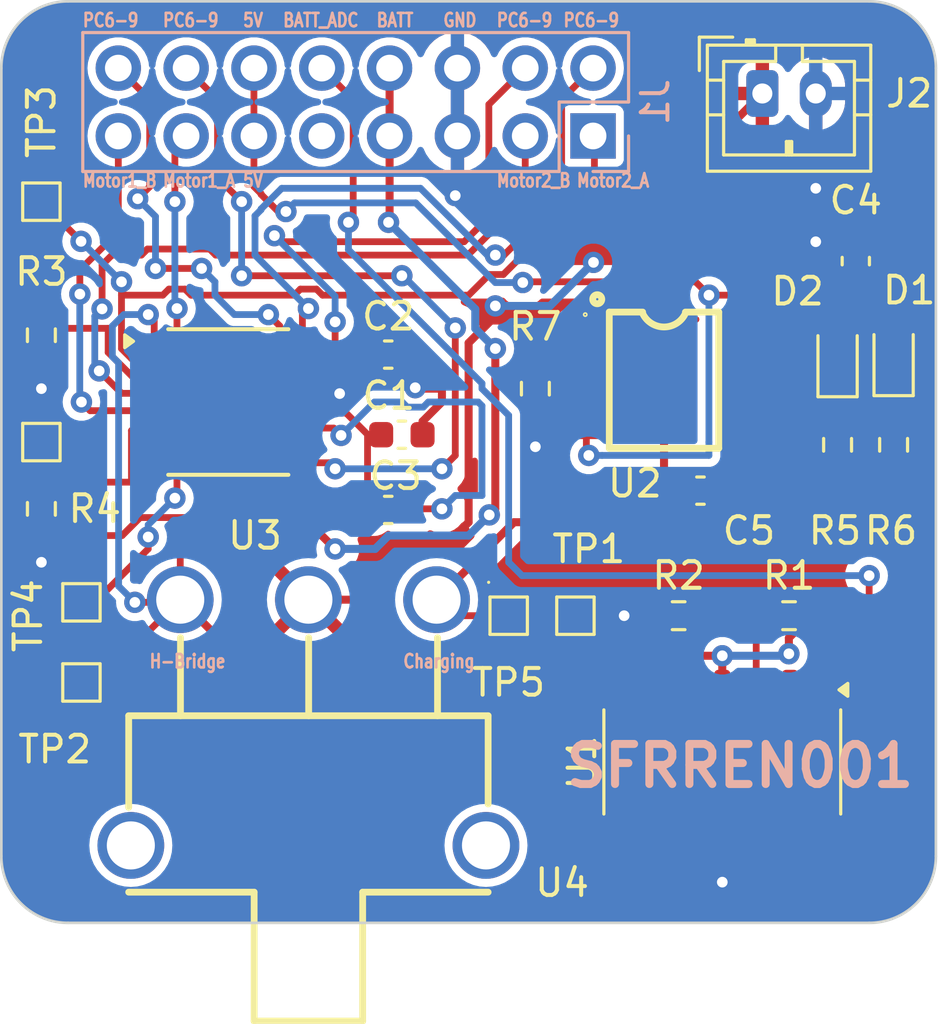
<source format=kicad_pcb>
(kicad_pcb (version 20240108) (generator "pcbnew") (generator_version "8.0")
  (layers (0 "F.Cu" signal) (31 "B.Cu" power) (34 "B.Paste" user) (35 "F.Paste" user) (36 "B.SilkS" user "B.Silkscreen") (37 "F.SilkS" user "F.Silkscreen") (38 "B.Mask" user) (39 "F.Mask" user) (44 "Edge.Cuts" user))
  (net 0 "")
  (net 1 "GND")
  (net 2 "Vbatt")
  (net 3 "Net-(U3-VINT)")
  (net 4 "Net-(U3-VCP)")
  (net 5 "USB")
  (net 6 "Charging")
  (net 7 "PWM3")
  (net 8 "MOTOR2_B")
  (net 9 "/RESV")
  (net 10 "PWM1")
  (net 11 "MOTOR1_B")
  (net 12 "PWM2")
  (net 13 "PWM4")
  (net 14 "MOTOR1_A")
  (net 15 "Net-(U1A-+)")
  (net 16 "Net-(U3-AISEN)")
  (net 24 "MOTOR2_A")
  (net 28 "Net-(D1-K)")
  (net 29 "Net-(D2-K)")
  (net 30 "Net-(U2-CHRG#)")
  (net 31 "Net-(U2-STDBY#)")
  (net 32 "Net-(U2-PROG)")
  (net 33 "Circuit2")
  (net 36 "BATT_ADC")
  (net 37 "Net-(U3-BISEN)")
  (footprint "Resistor_SMD:R_0603_1608Metric" (layer "F.Cu") (at 161.5 66.5 90)
    (property "Reference" "R4" (at 0 2 0) (layer "F.SilkS"))
    (property "Value" "1" (hide yes))
    (pad "1" smd roundrect (at -0.825 0 90) (size 0.8 0.95) (layers "F.Cu" "F.Paste" "F.Mask") (net 1 "GND"))
    (pad "2" smd roundrect (at 0.825 0 90) (size 0.8 0.95) (layers "F.Cu" "F.Paste" "F.Mask") (net 37 "Net-(U3-BISEN)"))
  )
  (footprint "TestPoint:TestPoint_Pad_1.0x1.0mm" (layer "F.Cu") (at 163 73)
    (property "Reference" "TP2" (at -1 2.502 0) (layer "F.SilkS"))
    (property "Value" "Vh" (hide yes))
    (pad "1" smd rect (at 0 0) (size 1 1) (layers "F.Cu" "F.Mask") (net 33 "Circuit2"))
  )
  (footprint "TP4056:ESOP-8_L4.9-W3.9-P1.27-LS6.0-BL-EP" (layer "F.Cu") (at 184.8175 61.682499 -90)
    (property "Reference" "U2" (at 3.864999 1.091694 180) (layer "F.SilkS"))
    (property "Value" "TP4056" (hide yes))
    (pad "1" smd rect (at -1.905004 2.908306 270) (size 0.6 1.2) (layers "F.Cu" "F.Paste" "F.Mask") (net 1 "GND"))
    (pad "2" smd rect (at -0.635001 2.908306 270) (size 0.6 1.2) (layers "F.Cu" "F.Paste" "F.Mask") (net 32 "Net-(U2-PROG)"))
    (pad "3" smd rect (at 0.635001 2.908306 270) (size 0.6 1.2) (layers "F.Cu" "F.Paste" "F.Mask") (net 1 "GND"))
    (pad "4" smd rect (at 1.905004 2.908306 270) (size 0.6 1.2) (layers "F.Cu" "F.Paste" "F.Mask") (net 5 "USB"))
    (pad "5" smd rect (at 1.905004 -2.908306 270) (size 0.6 1.2) (layers "F.Cu" "F.Paste" "F.Mask") (net 6 "Charging"))
    (pad "6" smd rect (at 0.635001 -2.908306 270) (size 0.6 1.2) (layers "F.Cu" "F.Paste" "F.Mask") (net 31 "Net-(U2-STDBY#)"))
    (pad "7" smd rect (at -0.635001 -2.908306 270) (size 0.6 1.2) (layers "F.Cu" "F.Paste" "F.Mask") (net 30 "Net-(U2-CHRG#)"))
    (pad "8" smd rect (at -1.905004 -2.908306 270) (size 0.6 1.2) (layers "F.Cu" "F.Paste" "F.Mask") (net 5 "USB"))
    (pad "9" smd rect (at 0 0 90) (size 3.3 2.4) (layers "F.Cu" "F.Paste" "F.Mask") (net 1 "GND"))
  )
  (footprint "JLC2KiCad_lib:SW-TH_SS-12D11L5" (layer "F.Cu") (at 171.5 74.5 180)
    (property "Reference" "U4" (at -9.5 -6 180) (layer "F.SilkS"))
    (property "Value" "SS-12D11L5" (hide yes))
    (pad "1" thru_hole circle (at -4.800102 4.599949 180) (size 2.5 2.5) (drill 1.8) (layers "*.Cu" "*.Mask") (net 6 "Charging"))
    (pad "2" thru_hole circle (at 0 4.599949 180) (size 2.5 2.5) (drill 1.8) (layers "*.Cu" "*.Mask") (net 2 "Vbatt"))
    (pad "3" thru_hole circle (at 4.800102 4.599949 180) (size 2.5 2.5) (drill 1.8) (layers "*.Cu" "*.Mask") (net 33 "Circuit2"))
    (pad "4" thru_hole circle (at -6.649987 -4.599949 180) (size 2.5 2.5) (drill 1.8) (layers "*.Cu" "*.Mask"))
    (pad "5" thru_hole circle (at 6.649987 -4.599949 180) (size 2.5 2.5) (drill 1.8) (layers "*.Cu" "*.Mask"))
  )
  (footprint "Resistor_SMD:R_0603_1608Metric" (layer "F.Cu") (at 191.3175 64.102495 -90)
    (property "Reference" "R5" (at 3.215005 0.098307 180) (layer "F.SilkS"))
    (property "Value" "1k" (hide yes))
    (pad "1" smd roundrect (at -0.825 0 270) (size 0.8 0.95) (layers "F.Cu" "F.Paste" "F.Mask") (net 29 "Net-(D2-K)"))
    (pad "2" smd roundrect (at 0.825 0 270) (size 0.8 0.95) (layers "F.Cu" "F.Paste" "F.Mask") (net 30 "Net-(U2-CHRG#)"))
  )
  (footprint "LED_SMD:LED_0603_1608Metric" (layer "F.Cu") (at 191.3175 60.8175 90)
    (property "Reference" "D2" (at 2.459995 -1.5 0) (layer "F.SilkS"))
    (property "Value" "LED" (hide yes))
    (pad "1" smd roundrect (at -0.7875 0 90) (size 0.875 0.95) (layers "F.Cu" "F.Paste" "F.Mask") (net 29 "Net-(D2-K)"))
    (pad "2" smd roundrect (at 0.7875 0 90) (size 0.875 0.95) (layers "F.Cu" "F.Paste" "F.Mask") (net 5 "USB"))
  )
  (footprint "TestPoint:TestPoint_Pad_1.0x1.0mm" (layer "F.Cu") (at 161.5 55 90)
    (property "Reference" "TP3" (at 3 0.002 -90) (layer "F.SilkS"))
    (property "Value" "Vm1" (hide yes))
    (pad "1" smd rect (at 0 0 90) (size 1 1) (layers "F.Cu" "F.Mask") (net 24 "MOTOR2_A"))
  )
  (footprint "Resistor_SMD:R_0603_1608Metric" (layer "F.Cu") (at 189.5 70.5 180)
    (property "Reference" "R1" (at 0 1.5 180) (layer "F.SilkS"))
    (property "Value" "270" (hide yes))
    (pad "1" smd roundrect (at -0.825 0 180) (size 0.8 0.95) (layers "F.Cu" "F.Paste" "F.Mask") (net 33 "Circuit2"))
    (pad "2" smd roundrect (at 0.825 0 180) (size 0.8 0.95) (layers "F.Cu" "F.Paste" "F.Mask") (net 15 "Net-(U1A-+)"))
  )
  (footprint "TestPoint:TestPoint_Pad_1.0x1.0mm" (layer "F.Cu") (at 181.5 70.5)
    (property "Reference" "TP1" (at 0.5 -2.498 0) (layer "F.SilkS"))
    (property "Value" "Vadc" (hide yes))
    (pad "1" smd rect (at 0 0) (size 1 1) (layers "F.Cu" "F.Mask") (net 15 "Net-(U1A-+)"))
  )
  (footprint "Capacitor_SMD:C_0603_1608Metric" (layer "F.Cu") (at 186.182499 65.8175)
    (property "Reference" "C5" (at 1.817501 1.5 0) (layer "F.SilkS"))
    (property "Value" "10uF" (hide yes))
    (pad "1" smd roundrect (at -0.775 0) (size 0.9 0.95) (layers "F.Cu" "F.Paste" "F.Mask") (net 1 "GND"))
    (pad "2" smd roundrect (at 0.775 0) (size 0.9 0.95) (layers "F.Cu" "F.Paste" "F.Mask") (net 6 "Charging"))
  )
  (footprint "Resistor_SMD:R_0603_1608Metric" (layer "F.Cu") (at 180 62 -90)
    (property "Reference" "R7" (at -2.325 0 180) (layer "F.SilkS"))
    (property "Value" "3k" (hide yes))
    (pad "1" smd roundrect (at -0.825 0 270) (size 0.8 0.95) (layers "F.Cu" "F.Paste" "F.Mask") (net 32 "Net-(U2-PROG)"))
    (pad "2" smd roundrect (at 0.825 0 270) (size 0.8 0.95) (layers "F.Cu" "F.Paste" "F.Mask") (net 1 "GND"))
  )
  (footprint "TestPoint:TestPoint_Pad_1.0x1.0mm" (layer "F.Cu") (at 179 70.5)
    (property "Reference" "TP5" (at 0 2.502 0) (layer "F.SilkS"))
    (property "Value" "Vcharge" (hide yes))
    (pad "1" smd rect (at 0 0) (size 1 1) (layers "F.Cu" "F.Mask") (net 6 "Charging"))
  )
  (footprint "Package_SO:SOIC-14_3.9x8.7mm_P1.27mm" (layer "F.Cu") (at 187 75.975 -90)
    (property "Reference" "U1" (at 0.025 5.25 90) (layer "F.SilkS"))
    (property "Value" "LM324" (hide yes))
    (pad "1" smd roundrect (at -2.475 -3.81 270) (size 1.95 0.6) (layers "F.Cu" "F.Paste" "F.Mask") (net 36 "BATT_ADC"))
    (pad "2" smd roundrect (at -2.475 -2.54 270) (size 1.95 0.6) (layers "F.Cu" "F.Paste" "F.Mask") (net 36 "BATT_ADC"))
    (pad "3" smd roundrect (at -2.475 -1.27 270) (size 1.95 0.6) (layers "F.Cu" "F.Paste" "F.Mask") (net 15 "Net-(U1A-+)"))
    (pad "4" smd roundrect (at -2.475 0 270) (size 1.95 0.6) (layers "F.Cu" "F.Paste" "F.Mask") (net 33 "Circuit2"))
    (pad "5" smd roundrect (at -2.475 1.27 270) (size 1.95 0.6) (layers "F.Cu" "F.Paste" "F.Mask"))
    (pad "6" smd roundrect (at -2.475 2.54 270) (size 1.95 0.6) (layers "F.Cu" "F.Paste" "F.Mask"))
    (pad "7" smd roundrect (at -2.475 3.81 270) (size 1.95 0.6) (layers "F.Cu" "F.Paste" "F.Mask"))
    (pad "8" smd roundrect (at 2.475 3.81 270) (size 1.95 0.6) (layers "F.Cu" "F.Paste" "F.Mask"))
    (pad "9" smd roundrect (at 2.475 2.54 270) (size 1.95 0.6) (layers "F.Cu" "F.Paste" "F.Mask"))
    (pad "10" smd roundrect (at 2.475 1.27 270) (size 1.95 0.6) (layers "F.Cu" "F.Paste" "F.Mask"))
    (pad "11" smd roundrect (at 2.475 0 270) (size 1.95 0.6) (layers "F.Cu" "F.Paste" "F.Mask") (net 1 "GND"))
    (pad "12" smd roundrect (at 2.475 -1.27 270) (size 1.95 0.6) (layers "F.Cu" "F.Paste" "F.Mask"))
    (pad "13" smd roundrect (at 2.475 -2.54 270) (size 1.95 0.6) (layers "F.Cu" "F.Paste" "F.Mask"))
    (pad "14" smd roundrect (at 2.475 -3.81 270) (size 1.95 0.6) (layers "F.Cu" "F.Paste" "F.Mask"))
  )
  (footprint "Capacitor_SMD:C_0603_1608Metric" (layer "F.Cu") (at 174.49 66.54 180)
    (property "Reference" "C3" (at -0.275 1.275 180) (layer "F.SilkS"))
    (property "Value" "10nF" (hide yes))
    (pad "1" smd roundrect (at -0.775 0 180) (size 0.9 0.95) (layers "F.Cu" "F.Paste" "F.Mask") (net 4 "Net-(U3-VCP)"))
    (pad "2" smd roundrect (at 0.775 0 180) (size 0.9 0.95) (layers "F.Cu" "F.Paste" "F.Mask") (net 33 "Circuit2"))
  )
  (footprint "Capacitor_SMD:C_0603_1608Metric" (layer "F.Cu") (at 174.49 60.725)
    (property "Reference" "C2" (at 0 -1.43 0) (layer "F.SilkS"))
    (property "Value" "2.2uF" (hide yes))
    (pad "1" smd roundrect (at -0.775 0) (size 0.9 0.95) (layers "F.Cu" "F.Paste" "F.Mask") (net 3 "Net-(U3-VINT)"))
    (pad "2" smd roundrect (at 0.775 0) (size 0.9 0.95) (layers "F.Cu" "F.Paste" "F.Mask") (net 1 "GND"))
  )
  (footprint "Capacitor_SMD:C_0603_1608Metric" (layer "F.Cu") (at 175 63.725 180)
    (property "Reference" "C1" (at 0.49 1.46 180) (layer "F.SilkS"))
    (property "Value" "10uF" (hide yes))
    (pad "1" smd roundrect (at -0.775 0 180) (size 0.9 0.95) (layers "F.Cu" "F.Paste" "F.Mask") (net 1 "GND"))
    (pad "2" smd roundrect (at 0.775 0 180) (size 0.9 0.95) (layers "F.Cu" "F.Paste" "F.Mask") (net 33 "Circuit2"))
  )
  (footprint "Connector_JST:JST_PH_B2B-PH-K_1x02_P2.00mm_Vertical" (layer "F.Cu") (at 188.5 50.95)
    (property "Reference" "J2" (at 5.5 0 0) (layer "F.SilkS"))
    (property "Value" "Conn_01x02_Pin" (hide yes))
    (pad "1" thru_hole roundrect (at 0 0) (size 1.2 1.75) (drill 0.75) (layers "*.Cu" "*.Mask") (roundrect_rratio 0.208333) (net 2 "Vbatt"))
    (pad "2" thru_hole oval (at 2 0) (size 1.2 1.75) (drill 0.75) (layers "*.Cu" "*.Mask") (net 1 "GND"))
  )
  (footprint "Resistor_SMD:R_0603_1608Metric" (layer "F.Cu") (at 161.5 60 90)
    (property "Reference" "R3" (at 2.3775 0 0) (layer "F.SilkS"))
    (property "Value" "1" (hide yes))
    (pad "1" smd roundrect (at -0.825 0 90) (size 0.8 0.95) (layers "F.Cu" "F.Paste" "F.Mask") (net 1 "GND"))
    (pad "2" smd roundrect (at 0.825 0 90) (size 0.8 0.95) (layers "F.Cu" "F.Paste" "F.Mask") (net 16 "Net-(U3-AISEN)"))
  )
  (footprint "Resistor_SMD:R_0603_1608Metric" (layer "F.Cu") (at 193.415807 64.102495 -90)
    (property "Reference" "R6" (at 3.215005 0.098307 180) (layer "F.SilkS"))
    (property "Value" "1k" (hide yes))
    (pad "1" smd roundrect (at -0.825 0 270) (size 0.8 0.95) (layers "F.Cu" "F.Paste" "F.Mask") (net 28 "Net-(D1-K)"))
    (pad "2" smd roundrect (at 0.825 0 270) (size 0.8 0.95) (layers "F.Cu" "F.Paste" "F.Mask") (net 31 "Net-(U2-STDBY#)"))
  )
  (footprint "Resistor_SMD:R_0603_1608Metric" (layer "F.Cu") (at 185.365 70.5 180)
    (property "Reference" "R2" (at 0 1.5 180) (layer "F.SilkS"))
    (property "Value" "1k" (hide yes))
    (pad "1" smd roundrect (at -0.825 0 180) (size 0.8 0.95) (layers "F.Cu" "F.Paste" "F.Mask") (net 15 "Net-(U1A-+)"))
    (pad "2" smd roundrect (at 0.825 0 180) (size 0.8 0.95) (layers "F.Cu" "F.Paste" "F.Mask") (net 1 "GND"))
  )
  (footprint "Capacitor_SMD:C_0603_1608Metric" (layer "F.Cu") (at 192 57.225 90)
    (property "Reference" "C4" (at 2.275 0 0) (layer "F.SilkS"))
    (property "Value" "10uF" (hide yes))
    (pad "1" smd roundrect (at -0.775 0 90) (size 0.9 0.95) (layers "F.Cu" "F.Paste" "F.Mask") (net 5 "USB"))
    (pad "2" smd roundrect (at 0.775 0 90) (size 0.9 0.95) (layers "F.Cu" "F.Paste" "F.Mask") (net 1 "GND"))
  )
  (footprint "TestPoint:TestPoint_Pad_1.0x1.0mm" (layer "F.Cu") (at 161.5 64)
    (property "Reference" "TP6" (hide yes))
    (property "Value" "TestPoint" (hide yes))
    (pad "1" smd rect (at 0 0) (size 1 1) (layers "F.Cu" "F.Mask") (net 37 "Net-(U3-BISEN)"))
  )
  (footprint "LED_SMD:LED_0603_1608Metric" (layer "F.Cu") (at 193.415807 60.777495 90)
    (property "Reference" "D1" (at 2.459995 0.584193 0) (layer "F.SilkS"))
    (property "Value" "LED" (hide yes))
    (pad "1" smd roundrect (at -0.7875 0 90) (size 0.875 0.95) (layers "F.Cu" "F.Paste" "F.Mask") (net 28 "Net-(D1-K)"))
    (pad "2" smd roundrect (at 0.7875 0 90) (size 0.875 0.95) (layers "F.Cu" "F.Paste" "F.Mask") (net 5 "USB"))
  )
  (footprint "Package_SO:TSSOP-16-1EP_4.4x5mm_P0.65mm" (layer "F.Cu") (at 168.5 62.5)
    (property "Reference" "U3" (at 1 5 0) (layer "F.SilkS"))
    (property "Value" "DRV8833PWPR" (hide yes))
    (pad "1" smd rect (at -2.775 -2.275) (size 1.05 0.45) (layers "F.Cu" "F.Paste" "F.Mask") (net 33 "Circuit2"))
    (pad "2" smd rect (at -2.775 -1.625) (size 1.05 0.45) (layers "F.Cu" "F.Paste" "F.Mask") (net 24 "MOTOR2_A"))
    (pad "3" smd rect (at -2.775 -0.975) (size 1.05 0.45) (layers "F.Cu" "F.Paste" "F.Mask") (net 16 "Net-(U3-AISEN)"))
    (pad "4" smd rect (at -2.775 -0.325) (size 1.05 0.45) (layers "F.Cu" "F.Paste" "F.Mask") (net 8 "MOTOR2_B"))
    (pad "5" smd rect (at -2.775 0.325) (size 1.05 0.45) (layers "F.Cu" "F.Paste" "F.Mask") (net 11 "MOTOR1_B"))
    (pad "6" smd rect (at -2.775 0.975) (size 1.05 0.45) (layers "F.Cu" "F.Paste" "F.Mask") (net 37 "Net-(U3-BISEN)"))
    (pad "7" smd rect (at -2.775 1.625) (size 1.05 0.45) (layers "F.Cu" "F.Paste" "F.Mask") (net 14 "MOTOR1_A"))
    (pad "8" smd rect (at -2.775 2.275) (size 1.05 0.45) (layers "F.Cu" "F.Paste" "F.Mask"))
    (pad "9" smd rect (at 2.775 2.275) (size 1.05 0.45) (layers "F.Cu" "F.Paste" "F.Mask") (net 7 "PWM3"))
    (pad "10" smd rect (at 2.775 1.625) (size 1.05 0.45) (layers "F.Cu" "F.Paste" "F.Mask") (net 13 "PWM4"))
    (pad "11" smd rect (at 2.775 0.975) (size 1.05 0.45) (layers "F.Cu" "F.Paste" "F.Mask") (net 4 "Net-(U3-VCP)"))
    (pad "12" smd rect (at 2.775 0.325) (size 1.05 0.45) (layers "F.Cu" "F.Paste" "F.Mask") (net 33 "Circuit2"))
    (pad "13" smd rect (at 2.775 -0.325) (size 1.05 0.45) (layers "F.Cu" "F.Paste" "F.Mask") (net 1 "GND"))
    (pad "14" smd rect (at 2.775 -0.975) (size 1.05 0.45) (layers "F.Cu" "F.Paste" "F.Mask") (net 3 "Net-(U3-VINT)"))
    (pad "15" smd rect (at 2.775 -1.625) (size 1.05 0.45) (layers "F.Cu" "F.Paste" "F.Mask") (net 12 "PWM2"))
    (pad "16" smd rect (at 2.775 -2.275) (size 1.05 0.45) (layers "F.Cu" "F.Paste" "F.Mask") (net 10 "PWM1"))
    (pad "17" smd rect (at -0.735 -1.3425) (size 1.47 0.895) (layers "F.Cu" "F.Paste" "F.Mask") (net 1 "GND"))
    (pad "17" smd rect (at -0.735 -0.4475) (size 1.47 0.895) (layers "F.Cu" "F.Paste" "F.Mask") (net 1 "GND"))
    (pad "17" smd rect (at -0.735 0.4475) (size 1.47 0.895) (layers "F.Cu" "F.Paste" "F.Mask") (net 1 "GND"))
    (pad "17" smd rect (at -0.735 1.3425) (size 1.47 0.895) (layers "F.Cu" "F.Paste" "F.Mask") (net 1 "GND"))
    (pad "17" smd rect (at 0.735 -1.3425) (size 1.47 0.895) (layers "F.Cu" "F.Paste" "F.Mask") (net 1 "GND"))
    (pad "17" smd rect (at 0.735 -0.4475) (size 1.47 0.895) (layers "F.Cu" "F.Paste" "F.Mask") (net 1 "GND"))
    (pad "17" smd rect (at 0.735 0.4475) (size 1.47 0.895) (layers "F.Cu" "F.Paste" "F.Mask") (net 1 "GND"))
    (pad "17" smd rect (at 0.735 1.3425) (size 1.47 0.895) (layers "F.Cu" "F.Paste" "F.Mask") (net 1 "GND"))
  )
  (footprint "TestPoint:TestPoint_Pad_1.0x1.0mm" (layer "F.Cu") (at 163 70 90)
    (property "Reference" "TP4" (at -0.5 -1.998 -90) (layer "F.SilkS"))
    (property "Value" "Vm2" (hide yes))
    (pad "1" smd rect (at 0 0 90) (size 1 1) (layers "F.Cu" "F.Mask") (net 14 "MOTOR1_A"))
  )
  (footprint "Connector_PinHeader_2.54mm:PinHeader_2x08_P2.54mm_Vertical" (layer "B.Cu") (at 182.16 52.54 90)
    (property "Reference" "J1" (at 1.27 2.33 -90) (layer "B.SilkS") (effects (justify mirror)))
    (property "Value" "Conn_02x08_Odd_Even" (hide yes))
    (pad "1" thru_hole rect (at 0 0 90) (size 1.7 1.7) (drill 1) (layers "*.Cu" "*.Mask") (net 24 "MOTOR2_A"))
    (pad "2" thru_hole oval (at 2.54 0 90) (size 1.7 1.7) (drill 1) (layers "*.Cu" "*.Mask") (net 10 "PWM1"))
    (pad "3" thru_hole oval (at 0 -2.54 90) (size 1.7 1.7) (drill 1) (layers "*.Cu" "*.Mask") (net 8 "MOTOR2_B"))
    (pad "4" thru_hole oval (at 2.54 -2.54 90) (size 1.7 1.7) (drill 1) (layers "*.Cu" "*.Mask") (net 12 "PWM2"))
    (pad "5" thru_hole oval (at 0 -5.08 90) (size 1.7 1.7) (drill 1) (layers "*.Cu" "*.Mask") (net 1 "GND"))
    (pad "6" thru_hole oval (at 2.54 -5.08 90) (size 1.7 1.7) (drill 1) (layers "*.Cu" "*.Mask") (net 1 "GND"))
    (pad "7" thru_hole oval (at 0 -7.62 90) (size 1.7 1.7) (drill 1) (layers "*.Cu" "*.Mask") (net 33 "Circuit2"))
    (pad "8" thru_hole oval (at 2.54 -7.62 90) (size 1.7 1.7) (drill 1) (layers "*.Cu" "*.Mask") (net 33 "Circuit2"))
    (pad "9" thru_hole oval (at 0 -10.16 90) (size 1.7 1.7) (drill 1) (layers "*.Cu" "*.Mask") (net 9 "/RESV"))
    (pad "10" thru_hole oval (at 2.54 -10.16 90) (size 1.7 1.7) (drill 1) (layers "*.Cu" "*.Mask") (net 36 "BATT_ADC"))
    (pad "11" thru_hole oval (at 0 -12.7 90) (size 1.7 1.7) (drill 1) (layers "*.Cu" "*.Mask") (net 5 "USB"))
    (pad "12" thru_hole oval (at 2.54 -12.7 90) (size 1.7 1.7) (drill 1) (layers "*.Cu" "*.Mask") (net 5 "USB"))
    (pad "13" thru_hole oval (at 0 -15.24 90) (size 1.7 1.7) (drill 1) (layers "*.Cu" "*.Mask") (net 14 "MOTOR1_A"))
    (pad "14" thru_hole oval (at 2.54 -15.24 90) (size 1.7 1.7) (drill 1) (layers "*.Cu" "*.Mask") (net 7 "PWM3"))
    (pad "15" thru_hole oval (at 0 -17.78 90) (size 1.7 1.7) (drill 1) (layers "*.Cu" "*.Mask") (net 11 "MOTOR1_B"))
    (pad "16" thru_hole oval (at 2.54 -17.78 90) (size 1.7 1.7) (drill 1) (layers "*.Cu" "*.Mask") (net 13 "PWM4"))
  )
  (gr_arc (start 195 79.5) (mid 194.267767 81.267767) (end 192.5 82) (stroke (width 0.1)) (layer "Edge.Cuts"))
  (gr_line (start 192.5 82) (end 162.5 82) (stroke (width 0.1)) (layer "Edge.Cuts"))
  (gr_arc (start 192.5 47.5) (mid 194.267767 48.232233) (end 195 50) (stroke (width 0.1)) (layer "Edge.Cuts"))
  (gr_line (start 162.5 47.5) (end 192.5 47.5) (stroke (width 0.1)) (layer "Edge.Cuts"))
  (gr_line (start 195 50) (end 195 79.5) (stroke (width 0.1)) (layer "Edge.Cuts"))
  (gr_line (start 160 79.5) (end 160 50) (stroke (width 0.1)) (layer "Edge.Cuts"))
  (gr_arc (start 162.5 82) (mid 160.732233 81.267767) (end 160 79.5) (stroke (width 0.1)) (layer "Edge.Cuts"))
  (gr_arc (start 160 50) (mid 160.732233 48.232233) (end 162.5 47.5) (stroke (width 0.1)) (layer "Edge.Cuts"))
  (gr_text "SFRREN001" (at 181 77 0) (layer "B.SilkS") (effects (font (size 1.5 1.5) (thickness 0.3) (bold yes)) (justify left bottom)))
  (gr_text "Motor1_B" (at 163 54.5 0) (layer "B.SilkS") (effects (font (size 0.5 0.4) (thickness 0.1) (bold yes)) (justify left bottom)))
  (gr_text "H-Bridge" (at 165.5 72.5 0) (layer "B.SilkS") (effects (font (size 0.5 0.4) (thickness 0.1) (bold yes)) (justify left bottom)))
  (gr_text "Motor1_A" (at 166 54.5 0) (layer "B.SilkS") (effects (font (size 0.5 0.4) (thickness 0.1) (bold yes)) (justify left bottom)))
  (gr_text "GND" (at 176.5 48.5 0) (layer "B.SilkS") (effects (font (size 0.5 0.4) (thickness 0.1) (bold yes)) (justify left bottom)))
  (gr_text "Motor2_B" (at 178.5 54.5 0) (layer "B.SilkS") (effects (font (size 0.5 0.4) (thickness 0.1) (bold yes)) (justify left bottom)))
  (gr_text "BATT" (at 174 48.5 0) (layer "B.SilkS") (effects (font (size 0.5 0.4) (thickness 0.1) (bold yes)) (justify left bottom)))
  (gr_text "PC6-9" (at 166 48.5 0) (layer "B.SilkS") (effects (font (size 0.5 0.4) (thickness 0.1) (bold yes)) (justify left bottom)))
  (gr_text "Charging" (at 175 72.5 0) (layer "B.SilkS") (effects (font (size 0.5 0.4) (thickness 0.1) (bold yes)) (justify left bottom)))
  (gr_text "PC6-9" (at 181 48.5 0) (layer "B.SilkS") (effects (font (size 0.5 0.4) (thickness 0.1) (bold yes)) (justify left bottom)))
  (gr_text "PC6-9" (at 163 48.5 0) (layer "B.SilkS") (effects (font (size 0.5 0.4) (thickness 0.1) (bold yes)) (justify left bottom)))
  (gr_text "BATT_ADC" (at 170.5 48.5 0) (layer "B.SilkS") (effects (font (size 0.5 0.4) (thickness 0.1) (bold yes)) (justify left bottom)))
  (gr_text "Motor2_A" (at 181.5 54.5 0) (layer "B.SilkS") (effects (font (size 0.5 0.4) (thickness 0.1) (bold yes)) (justify left bottom)))
  (gr_text "5V" (at 169 48.5 0) (layer "B.SilkS") (effects (font (size 0.5 0.4) (thickness 0.1) (bold yes)) (justify left bottom)))
  (gr_text "PC6-9" (at 178.5 48.5 0) (layer "B.SilkS") (effects (font (size 0.5 0.4) (thickness 0.1) (bold yes)) (justify left bottom)))
  (gr_text "5V" (at 169 54.5 0) (layer "B.SilkS") (effects (font (size 0.5 0.4) (thickness 0.1) (bold yes)) (justify left bottom)))
  (segment (start 187 78.45) (end 187 80.475) (width 0.3) (layer "F.Cu") (net 1))
  (segment (start 176.5 62) (end 176.5 62.5) (width 0.3) (layer "F.Cu") (net 1))
  (segment (start 177.08 54.693) (end 177 54.773) (width 0.5) (layer "F.Cu") (net 1))
  (segment (start 180.5075 62.3175) (end 180 62.825) (width 0.3) (layer "F.Cu") (net 1))
  (segment (start 184.54 70.5) (end 183.325 70.5) (width 0.3) (layer "F.Cu") (net 1))
  (segment (start 161.5 68) (end 161.5 68.5) (width 0.254) (layer "F.Cu") (net 1))
  (segment (start 161.5 60.825) (end 161.5 62) (width 0.5) (layer "F.Cu") (net 1))
  (segment (start 167.175 66.825) (end 169.235 64.765) (width 0.254) (layer "F.Cu") (net 1))
  (segment (start 184.182499 62.3175) (end 184.8175 61.682499) (width 0.3) (layer "F.Cu") (net 1))
  (segment (start 175.265 60.725) (end 175.725 60.725) (width 0.3) (layer "F.Cu") (net 1))
  (segment (start 177.08 50) (end 177.08 52.54) (width 0.5) (layer "F.Cu") (net 1))
  (segment (start 171.275 62.175) (end 172.659774 62.175) (width 0.3) (layer "F.Cu") (net 1))
  (segment (start 162 67.325) (end 162.175 67.5) (width 0.254) (layer "F.Cu") (net 1))
  (segment (start 177.08 52.54) (end 177.08 54.693) (width 0.5) (layer "F.Cu") (net 1))
  (segment (start 172.659774 62.175) (end 172.669671 62.184897) (width 0.3) (layer "F.Cu") (net 1))
  (segment (start 164.523866 67.5) (end 165.198866 66.825) (width 0.254) (layer "F.Cu") (net 1))
  (segment (start 161.5 67.325) (end 162 67.325) (width 0.254) (layer "F.Cu") (net 1))
  (segment (start 190.5 50.95) (end 190.5 54.5) (width 0.5) (layer "F.Cu") (net 1))
  (segment (start 182.912496 59.777495) (end 184.8175 61.682499) (width 0.3) (layer "F.Cu") (net 1))
  (segment (start 184.8175 61.682499) (end 184.8175 65.227501) (width 0.3) (layer "F.Cu") (net 1))
  (segment (start 181.909194 59.777495) (end 182.912496 59.777495) (width 0.3) (layer "F.Cu") (net 1))
  (segment (start 161.5 67.325) (end 161.5 68) (width 0.254) (layer "F.Cu") (net 1))
  (segment (start 176.5 62.5) (end 175.775 63.225) (width 0.3) (layer "F.Cu") (net 1))
  (segment (start 175.725 60.725) (end 176.5 61.5) (width 0.3) (layer "F.Cu") (net 1))
  (segment (start 162.175 67.5) (end 164.523866 67.5) (width 0.254) (layer "F.Cu") (net 1))
  (segment (start 176.5 61.5) (end 176.5 62) (width 0.3) (layer "F.Cu") (net 1))
  (segment (start 175.775 63.225) (end 175.775 63.725) (width 0.3) (layer "F.Cu") (net 1))
  (segment (start 181.909194 62.3175) (end 184.182499 62.3175) (width 0.3) (layer "F.Cu") (net 1))
  (segment (start 165.198866 66.825) (end 167.175 66.825) (width 0.254) (layer "F.Cu") (net 1))
  (segment (start 180 62.825) (end 180 64.175) (width 0.3) (layer "F.Cu") (net 1))
  (segment (start 169.235 64.765) (end 169.235 63.8425) (width 0.254) (layer "F.Cu") (net 1))
  (segment (start 184.8175 65.227501) (end 185.407499 65.8175) (width 0.3) (layer "F.Cu") (net 1))
  (segment (start 175.535649 62) (end 175.5 61.964351) (width 0.3) (layer "F.Cu") (net 1))
  (segment (start 192 56.45) (end 192 56.5) (width 0.5) (layer "F.Cu") (net 1))
  (segment (start 181.909194 62.3175) (end 180.5075 62.3175) (width 0.3) (layer "F.Cu") (net 1))
  (segment (start 176.5 62) (end 175.535649 62) (width 0.3) (layer "F.Cu") (net 1))
  (segment (start 192 56.5) (end 190.5 56.5) (width 0.5) (layer "F.Cu") (net 1))
  (via (at 190.5 56.5) (size 0.8) (drill 0.4) (layers "F.Cu" "B.Cu") (net 1))
  (via (at 161.5 62) (size 0.8) (drill 0.4) (layers "F.Cu" "B.Cu") (net 1))
  (via (at 175.5 61.964351) (size 0.8) (drill 0.4) (layers "F.Cu" "B.Cu") (net 1))
  (via (at 180 64.175) (size 0.8) (drill 0.4) (layers "F.Cu" "B.Cu") (net 1))
  (via (at 187 80.475) (size 0.8) (drill 0.4) (layers "F.Cu" "B.Cu") (net 1))
  (via (at 183.325 70.5) (size 0.8) (drill 0.4) (layers "F.Cu" "B.Cu") (net 1))
  (via (at 190.5 54.5) (size 0.8) (drill 0.4) (layers "F.Cu" "B.Cu") (net 1))
  (via (at 177 54.773) (size 0.8) (drill 0.4) (layers "F.Cu" "B.Cu") (net 1))
  (via (at 161.5 68.5) (size 0.8) (drill 0.4) (layers "F.Cu" "B.Cu") (net 1))
  (via (at 172.669671 62.184897) (size 0.8) (drill 0.4) (layers "F.Cu" "B.Cu") (net 1))
  (segment (start 175.5 61.964351) (end 175.535649 62) (width 0.3) (layer "B.Cu") (net 1))
  (segment (start 178.5 58.903055) (end 178.5 59.287661) (width 0.3) (layer "F.Cu") (net 2))
  (segment (start 175.167817 68) (end 173.267766 69.900051) (width 0.3) (layer "F.Cu") (net 2))
  (segment (start 182.177 57.273) (end 188.5 50.95) (width 0.3) (layer "F.Cu") (net 2))
  (segment (start 178.5 59.287661) (end 177.5 60.287661) (width 0.3) (layer "F.Cu") (net 2))
  (segment (start 177.5 60.287661) (end 177.5 67) (width 0.3) (layer "F.Cu") (net 2))
  (segment (start 176.5 68) (end 175.167817 68) (width 0.3) (layer "F.Cu") (net 2))
  (segment (start 173.267766 69.900051) (end 171.5 69.900051) (width 0.3) (layer "F.Cu") (net 2))
  (segment (start 177.5 67) (end 176.5 68) (width 0.3) (layer "F.Cu") (net 2))
  (via (at 182.177 57.273) (size 0.8) (drill 0.4) (layers "F.Cu" "B.Cu") (net 2))
  (via (at 178.5 58.903055) (size 0.8) (drill 0.4) (layers "F.Cu" "B.Cu") (net 2))
  (segment (start 178.5 58.903055) (end 180.546945 58.903055) (width 0.3) (layer "B.Cu") (net 2))
  (segment (start 180.546945 58.903055) (end 182.177 57.273) (width 0.3) (layer "B.Cu") (net 2))
  (segment (start 172.775 60.725) (end 173.715 60.725) (width 0.254) (layer "F.Cu") (net 3))
  (segment (start 171.975 61.525) (end 172.775 60.725) (width 0.254) (layer "F.Cu") (net 3))
  (segment (start 171.275 61.525) (end 171.975 61.525) (width 0.254) (layer "F.Cu") (net 3))
  (segment (start 172.446866 63.475) (end 171.275 63.475) (width 0.254) (layer "F.Cu") (net 4))
  (segment (start 175.305 66.5) (end 175.265 66.54) (width 0.254) (layer "F.Cu") (net 4))
  (segment (start 172.72318 63.751314) (end 172.446866 63.475) (width 0.254) (layer "F.Cu") (net 4))
  (segment (start 176.5 66.5) (end 175.305 66.5) (width 0.254) (layer "F.Cu") (net 4))
  (via (at 176.5 66.5) (size 0.8) (drill 0.4) (layers "F.Cu" "B.Cu") (net 4))
  (via (at 172.72318 63.751314) (size 0.8) (drill 0.4) (layers "F.Cu" "B.Cu") (net 4))
  (segment (start 172.72318 63.751314) (end 173.974494 62.5) (width 0.254) (layer "B.Cu") (net 4))
  (segment (start 175.198866 62.691351) (end 175.801134 62.691351) (width 0.254) (layer "B.Cu") (net 4))
  (segment (start 177.857948 62.5) (end 178 62.642052) (width 0.254) (layer "B.Cu") (net 4))
  (segment (start 173.974494 62.5) (end 175.007515 62.5) (width 0.254) (layer "B.Cu") (net 4))
  (segment (start 175.992485 62.5) (end 177.857948 62.5) (width 0.254) (layer "B.Cu") (net 4))
  (segment (start 178 66) (end 177 66) (width 0.254) (layer "B.Cu") (net 4))
  (segment (start 178 62.642052) (end 178 66) (width 0.254) (layer "B.Cu") (net 4))
  (segment (start 175.801134 62.691351) (end 175.992485 62.5) (width 0.254) (layer "B.Cu") (net 4))
  (segment (start 175.007515 62.5) (end 175.198866 62.691351) (width 0.254) (layer "B.Cu") (net 4))
  (segment (start 177 66) (end 176.5 66.5) (width 0.254) (layer "B.Cu") (net 4))
  (segment (start 190 60) (end 190.5 60) (width 0.254) (layer "F.Cu") (net 5))
  (segment (start 190.5 60) (end 190.53 60.03) (width 0.254) (layer "F.Cu") (net 5))
  (segment (start 193.415807 59.415807) (end 192 58) (width 0.3) (layer "F.Cu") (net 5))
  (segment (start 179.556268 58) (end 179.528134 58.028134) (width 0.254) (layer "F.Cu") (net 5))
  (segment (start 169.46 52.54) (end 169.46 50) (width 0.254) (layer "F.Cu") (net 5))
  (segment (start 186 58) (end 185.5 58) (width 0.254) (layer "F.Cu") (net 5))
  (segment (start 170.657313 55.370317) (end 170.370317 55.370317) (width 0.254) (layer "F.Cu") (net 5))
  (segment (start 187.5 59.551689) (end 187.725806 59.777495) (width 0.254) (layer "F.Cu") (net 5))
  (segment (start 190.53 60.03) (end 191.3175 60.03) (width 0.254) (layer "F.Cu") (net 5))
  (segment (start 191.3175 58.6825) (end 192 58) (width 0.254) (layer "F.Cu") (net 5))
  (segment (start 169.727 54.698866) (end 169.46 54.431866) (width 0.254) (layer "F.Cu") (net 5))
  (segment (start 193.415807 59.989995) (end 193.415807 59.415807) (width 0.3) (layer "F.Cu") (net 5))
  (segment (start 169.727 54.727) (end 169.727 54.698866) (width 0.254) (layer "F.Cu") (net 5))
  (segment (start 170.370317 55.370317) (end 169.727 54.727) (width 0.254) (layer "F.Cu") (net 5))
  (segment (start 187.5 58.5) (end 187.5 59.551689) (width 0.254) (layer "F.Cu") (net 5))
  (segment (start 169.46 54.431866) (end 169.46 52.54) (width 0.254) (layer "F.Cu") (net 5))
  (segment (start 191.3175 60.03) (end 191.3175 58.6825) (width 0.254) (layer "F.Cu") (net 5))
  (segment (start 186.5 58.5) (end 186 58) (width 0.254) (layer "F.Cu") (net 5))
  (segment (start 185.5 58) (end 179.556268 58) (width 0.254) (layer "F.Cu") (net 5))
  (segment (start 186.5 58.5) (end 187.5 58.5) (width 0.254) (layer "F.Cu") (net 5))
  (segment (start 187.725806 59.777495) (end 189.777495 59.777495) (width 0.254) (layer "F.Cu") (net 5))
  (segment (start 189.777495 59.777495) (end 190 60) (width 0.254) (layer "F.Cu") (net 5))
  (segment (start 181.909194 64.409194) (end 182 64.5) (width 0.254) (layer "F.Cu") (net 5))
  (segment (start 181.909194 63.587503) (end 181.909194 64.409194) (width 0.254) (layer "F.Cu") (net 5))
  (via (at 170.657313 55.370317) (size 0.8) (drill 0.4) (layers "F.Cu" "B.Cu") (net 5))
  (via (at 179.528134 58.028134) (size 0.8) (drill 0.4) (layers "F.Cu" "B.Cu") (net 5))
  (via (at 182 64.5) (size 0.8) (drill 0.4) (layers "F.Cu" "B.Cu") (net 5))
  (via (at 186.5 58.5) (size 0.8) (drill 0.4) (layers "F.Cu" "B.Cu") (net 5))
  (segment (start 178.5 58.028134) (end 179.528134 58.028134) (width 0.254) (layer "B.Cu") (net 5))
  (segment (start 170.98163 55.046) (end 175.517866 55.046) (width 0.254) (layer "B.Cu") (net 5))
  (segment (start 170.657313 55.370317) (end 170.98163 55.046) (width 0.254) (layer "B.Cu") (net 5))
  (segment (start 182 64.5) (end 182.5 64.5) (width 0.254) (layer "B.Cu") (net 5))
  (segment (start 175.517866 55.046) (end 178.5 58.028134) (width 0.254) (layer "B.Cu") (net 5))
  (segment (start 182.5 64.5) (end 186.5 64.5) (width 0.254) (layer "B.Cu") (net 5))
  (segment (start 186.5 64) (end 186.5 58.5) (width 0.254) (layer "B.Cu") (net 5))
  (segment (start 186.5 64.5) (end 186.5 64) (width 0.254) (layer "B.Cu") (net 5))
  (segment (start 186.957499 65.8175) (end 186.957499 66.042501) (width 0.3) (layer "F.Cu") (net 6))
  (segment (start 186 67) (end 179.200153 67) (width 0.3) (layer "F.Cu") (net 6))
  (segment (start 179 70.5) (end 176.900051 70.5) (width 0.254) (layer "F.Cu") (net 6))
  (segment (start 187.725806 63.587503) (end 187.725806 65.049193) (width 0.3) (layer "F.Cu") (net 6))
  (segment (start 176.900051 70.5) (end 176.300102 69.900051) (width 0.254) (layer "F.Cu") (net 6))
  (segment (start 179.200153 67) (end 176.300102 69.900051) (width 0.3) (layer "F.Cu") (net 6))
  (segment (start 186.957499 66.042501) (end 186 67) (width 0.3) (layer "F.Cu") (net 6))
  (segment (start 187.725806 65.049193) (end 186.957499 65.8175) (width 0.3) (layer "F.Cu") (net 6))
  (segment (start 171.275 64.775) (end 172.275 64.775) (width 0.254) (layer "F.Cu") (net 7))
  (segment (start 177 59.727) (end 177 64.5) (width 0.254) (layer "F.Cu") (net 7))
  (segment (start 172.275 64.775) (end 172.5 65) (width 0.254) (layer "F.Cu") (net 7))
  (segment (start 168.097 54.097) (end 168.097 51.177) (width 0.254) (layer "F.Cu") (net 7))
  (segment (start 175 57.773) (end 169 57.773) (width 0.254) (layer "F.Cu") (net 7))
  (segment (start 169 55) (end 168.097 54.097) (width 0.254) (layer "F.Cu") (net 7))
  (segment (start 168.097 51.177) (end 166.92 50) (width 0.254) (layer "F.Cu") (net 7))
  (segment (start 177 64.5) (end 176.5 65) (width 0.254) (layer "F.Cu") (net 7))
  (via (at 172.5 65) (size 0.8) (drill 0.4) (layers "F.Cu" "B.Cu") (net 7))
  (via (at 177 59.727) (size 0.8) (drill 0.4) (layers "F.Cu" "B.Cu") (net 7))
  (via (at 169 55) (size 0.8) (drill 0.4) (layers "F.Cu" "B.Cu") (net 7))
  (via (at 176.5 65) (size 0.8) (drill 0.4) (layers "F.Cu" "B.Cu") (net 7))
  (via (at 175 57.773) (size 0.8) (drill 0.4) (layers "F.Cu" "B.Cu") (net 7))
  (via (at 169 57.773) (size 0.8) (drill 0.4) (layers "F.Cu" "B.Cu") (net 7))
  (segment (start 169 57) (end 169 55) (width 0.254) (layer "B.Cu") (net 7))
  (segment (start 175.046 57.773) (end 177 59.727) (width 0.254) (layer "B.Cu") (net 7))
  (segment (start 176.5 65) (end 172.5 65) (width 0.254) (layer "B.Cu") (net 7))
  (segment (start 175 57.773) (end 175.046 57.773) (width 0.254) (layer "B.Cu") (net 7))
  (segment (start 169 57.773) (end 169 57) (width 0.254) (layer "B.Cu") (net 7))
  (segment (start 165.725 62.175) (end 164.504814 62.175) (width 0.254) (layer "F.Cu") (net 8))
  (segment (start 165.244866 57) (end 165.471866 56.773) (width 0.254) (layer "F.Cu") (net 8))
  (segment (start 167.801134 56.773) (end 168.028134 57) (width 0.254) (layer "F.Cu") (net 8))
  (segment (start 163.773 57.369052) (end 164.142052 57) (width 0.254) (layer "F.Cu") (net 8))
  (segment (start 164.142052 57) (end 165.244866 57) (width 0.254) (layer "F.Cu") (net 8))
  (segment (start 177.471866 57) (end 179.62 54.851866) (width 0.254) (layer "F.Cu") (net 8))
  (segment (start 168.028134 57) (end 177.471866 57) (width 0.254) (layer "F.Cu") (net 8))
  (segment (start 163.773 59.014067) (end 163.773 57.369052) (width 0.254) (layer "F.Cu") (net 8))
  (segment (start 179.62 54.851866) (end 179.62 52.54) (width 0.254) (layer "F.Cu") (net 8))
  (segment (start 164.504814 62.175) (end 163.664907 61.335093) (width 0.254) (layer "F.Cu") (net 8))
  (segment (start 165.471866 56.773) (end 167.801134 56.773) (width 0.254) (layer "F.Cu") (net 8))
  (via (at 163.664907 61.335093) (size 0.8) (drill 0.4) (layers "F.Cu" "B.Cu") (net 8))
  (via (at 163.773 59.014067) (size 0.8) (drill 0.4) (layers "F.Cu" "B.Cu") (net 8))
  (segment (start 163.664907 61.335093) (end 163.5 61.170186) (width 0.254) (layer "B.Cu") (net 8))
  (segment (start 163.5 61.170186) (end 163.5 59.287067) (width 0.254) (layer "B.Cu") (net 8))
  (segment (start 163.5 59.287067) (end 163.773 59.014067) (width 0.254) (layer "B.Cu") (net 8))
  (segment (start 178.82453 57) (end 180.983 54.84153) (width 0.254) (layer "F.Cu") (net 10))
  (segment (start 178.5 57) (end 178.82453 57) (width 0.254) (layer "F.Cu") (net 10))
  (segment (start 180.983 54.84153) (end 180.983 51.177) (width 0.254) (layer "F.Cu") (net 10))
  (segment (start 171.275 60.225) (end 171.275 59.225) (width 0.254) (layer "F.Cu") (net 10))
  (segment (start 171.275 59.225) (end 171.5 59) (width 0.254) (layer "F.Cu") (net 10))
  (segment (start 180.983 51.177) (end 182.16 50) (width 0.254) (layer "F.Cu") (net 10))
  (via (at 178.5 57) (size 0.8) (drill 0.4) (layers "F.Cu" "B.Cu") (net 10))
  (via (at 171.5 59) (size 0.8) (drill 0.4) (layers "F.Cu" "B.Cu") (net 10))
  (segment (start 171.5 59) (end 169.5 57) (width 0.254) (layer "B.Cu") (net 10))
  (segment (start 175.698866 54.5) (end 178.198866 57) (width 0.254) (layer "B.Cu") (net 10))
  (segment (start 169.5 55.528134) (end 169.727 55.301134) (width 0.254) (layer "B.Cu") (net 10))
  (segment (start 169.5 57) (end 169.5 55.528134) (width 0.254) (layer "B.Cu") (net 10))
  (segment (start 169.727 55.301134) (end 169.727 55.273) (width 0.254) (layer "B.Cu") (net 10))
  (segment (start 178.198866 57) (end 178.5 57) (width 0.254) (layer "B.Cu") (net 10))
  (segment (start 170.5 54.5) (end 175.698866 54.5) (width 0.254) (layer "B.Cu") (net 10))
  (segment (start 169.727 55.273) (end 170.5 54.5) (width 0.254) (layer "B.Cu") (net 10))
  (segment (start 164.38 56.12) (end 164.38 52.54) (width 0.254) (layer "F.Cu") (net 11))
  (segment (start 163.325 62.825) (end 163 62.5) (width 0.254) (layer "F.Cu") (net 11))
  (segment (start 162.940319 57.559681) (end 164.38 56.12) (width 0.254) (layer "F.Cu") (net 11))
  (segment (start 162.940319 58.46031) (end 162.940319 57.559681) (width 0.254) (layer "F.Cu") (net 11))
  (segment (start 165.725 62.825) (end 163.325 62.825) (width 0.254) (layer "F.Cu") (net 11))
  (via (at 163 62.5) (size 0.8) (drill 0.4) (layers "F.Cu" "B.Cu") (net 11))
  (via (at 162.940319 58.46031) (size 0.8) (drill 0.4) (layers "F.Cu" "B.Cu") (net 11))
  (segment (start 162.937907 58.462722) (end 162.940319 58.46031) (width 0.254) (layer "B.Cu") (net 11))
  (segment (start 162.937907 62.437907) (end 162.937907 58.462722) (width 0.254) (layer "B.Cu") (net 11))
  (segment (start 163 62.5) (end 162.937907 62.437907) (width 0.254) (layer "B.Cu") (net 11))
  (segment (start 171.982948 60.875) (end 172.428974 60.428974) (width 0.254) (layer "F.Cu") (net 12))
  (segment (start 172.428974 60.428974) (end 172.5 60.357948) (width 0.254) (layer "F.Cu") (net 12))
  (segment (start 170.454 56.5) (end 177.329814 56.5) (width 0.254) (layer "F.Cu") (net 12))
  (segment (start 172.5 60.357948) (end 172.5 59.5) (width 0.254) (layer "F.Cu") (net 12))
  (segment (start 178.257 55.572814) (end 178.257 51.363) (width 0.254) (layer "F.Cu") (net 12))
  (segment (start 177.329814 56.5) (end 178.257 55.572814) (width 0.254) (layer "F.Cu") (net 12))
  (segment (start 178.257 51.363) (end 179.62 50) (width 0.254) (layer "F.Cu") (net 12))
  (segment (start 170.227 56.273) (end 170.454 56.5) (width 0.254) (layer "F.Cu") (net 12))
  (segment (start 171.275 60.875) (end 171.982948 60.875) (width 0.254) (layer "F.Cu") (net 12))
  (via (at 170.227 56.273) (size 0.8) (drill 0.4) (layers "F.Cu" "B.Cu") (net 12))
  (via (at 172.5 59.5) (size 0.8) (drill 0.4) (layers "F.Cu" "B.Cu") (net 12))
  (segment (start 170.227 56.273) (end 172.5 58.546) (width 0.254) (layer "B.Cu") (net 12))
  (segment (start 172.5 58.546) (end 172.5 59.5) (width 0.254) (layer "B.Cu") (net 12))
  (segment (start 170.423 59.65) (end 170 59.227) (width 0.254) (layer "F.Cu") (net 13))
  (segment (start 171.275 64.125) (end 170.496 64.125) (width 0.254) (layer "F.Cu") (net 13))
  (segment (start 165.557 54.439304) (end 165.557 51.177) (width 0.254) (layer "F.Cu") (net 13))
  (segment (start 170.423 64.052) (end 170.423 59.65) (width 0.254) (layer "F.Cu") (net 13))
  (segment (start 165.107 54.889304) (end 165.557 54.439304) (width 0.254) (layer "F.Cu") (net 13))
  (segment (start 167.5 57.5) (end 165.773 57.5) (width 0.254) (layer "F.Cu") (net 13))
  (segment (start 170.496 64.125) (end 170.423 64.052) (width 0.254) (layer "F.Cu") (net 13))
  (segment (start 165.557 51.177) (end 164.38 50) (width 0.254) (layer "F.Cu") (net 13))
  (via (at 167.5 57.5) (size 0.8) (drill 0.4) (layers "F.Cu" "B.Cu") (net 13))
  (via (at 165.773 57.5) (size 0.8) (drill 0.4) (layers "F.Cu" "B.Cu") (net 13))
  (via (at 165.107 54.889304) (size 0.8) (drill 0.4) (layers "F.Cu" "B.Cu") (net 13))
  (via (at 170 59.227) (size 0.8) (drill 0.4) (layers "F.Cu" "B.Cu") (net 13))
  (segment (start 168 58) (end 167.5 57.5) (width 0.254) (layer "B.Cu") (net 13))
  (segment (start 170 59.227) (end 168.727 59.227) (width 0.254) (layer "B.Cu") (net 13))
  (segment (start 165.773 55.555304) (end 165.107 54.889304) (width 0.254) (layer "B.Cu") (net 13))
  (segment (start 165.773 57.5) (end 165.773 55.555304) (width 0.254) (layer "B.Cu") (net 13))
  (segment (start 168 58.5) (end 168 58) (width 0.254) (layer "B.Cu") (net 13))
  (segment (start 168.727 59.227) (end 168 58.5) (width 0.254) (layer "B.Cu") (net 13))
  (segment (start 166.5 66.098) (end 166.577 66.021) (width 0.254) (layer "F.Cu") (net 14))
  (segment (start 166.577 66.021) (end 166.577 64.223) (width 0.254) (layer "F.Cu") (net 14))
  (segment (start 166.5 55) (end 166.5 52.96) (width 0.254) (layer "F.Cu") (net 14))
  (segment (start 166.577 59) (end 166.577 64.052) (width 0.254) (layer "F.Cu") (net 14))
  (segment (start 166.577 64.223) (end 166.479 64.125) (width 0.254) (layer "F.Cu") (net 14))
  (segment (start 165.5 67.552) (end 165.5 68) (width 0.254) (layer "F.Cu") (net 14))
  (segment (start 166.5 52.96) (end 166.92 52.54) (width 0.254) (layer "F.Cu") (net 14))
  (segment (start 166.479 64.125) (end 165.725 64.125) (width 0.254) (layer "F.Cu") (net 14))
  (segment (start 163.5 70) (end 163 70) (width 0.254) (layer "F.Cu") (net 14))
  (segment (start 165.5 68) (end 163.5 70) (width 0.254) (layer "F.Cu") (net 14))
  (segment (start 166.577 64.052) (end 166.504 64.125) (width 0.254) (layer "F.Cu") (net 14))
  (segment (start 166.504 64.125) (end 165.725 64.125) (width 0.254) (layer "F.Cu") (net 14))
  (via (at 166.577 59) (size 0.8) (drill 0.4) (layers "F.Cu" "B.Cu") (net 14))
  (via (at 165.5 67.552) (size 0.8) (drill 0.4) (layers "F.Cu" "B.Cu") (net 14))
  (via (at 166.5 55) (size 0.8) (drill 0.4) (layers "F.Cu" "B.Cu") (net 14))
  (via (at 166.5 66.098) (size 0.8) (drill 0.4) (layers "F.Cu" "B.Cu") (net 14))
  (segment (start 166.5 66.098) (end 165.5 67.098) (width 0.254) (layer "B.Cu") (net 14))
  (segment (start 165.5 67.098) (end 165.5 67.552) (width 0.254) (layer "B.Cu") (net 14))
  (segment (start 166.5 55) (end 166.5 58.923) (width 0.254) (layer "B.Cu") (net 14))
  (segment (start 166.5 58.923) (end 166.577 59) (width 0.254) (layer "B.Cu") (net 14))
  (segment (start 188.27 70.905) (end 188.675 70.5) (width 0.254) (layer "F.Cu") (net 15))
  (segment (start 182.5 71.5) (end 186 71.5) (width 0.254) (layer "F.Cu") (net 15))
  (segment (start 186 70.69) (end 186.19 70.5) (width 0.254) (layer "F.Cu") (net 15))
  (segment (start 186 71.5) (end 186 70.69) (width 0.254) (layer "F.Cu") (net 15))
  (segment (start 181.5 70.5) (end 182.5 71.5) (width 0.254) (layer "F.Cu") (net 15))
  (segment (start 188.27 73.5) (end 188.27 70.905) (width 0.254) (layer "F.Cu") (net 15))
  (segment (start 186.19 70.5) (end 188.675 70.5) (width 0.254) (layer "F.Cu") (net 15))
  (segment (start 164.882948 61.525) (end 164 60.642052) (width 0.254) (layer "F.Cu") (net 16))
  (segment (start 165.725 61.525) (end 164.882948 61.525) (width 0.254) (layer "F.Cu") (net 16))
  (segment (start 164 60.642052) (end 164 59.741067) (width 0.254) (layer "F.Cu") (net 16))
  (segment (start 162.066067 59.741067) (end 161.5 59.175) (width 0.254) (layer "F.Cu") (net 16))
  (segment (start 164 59.741067) (end 162.066067 59.741067) (width 0.254) (layer "F.Cu") (net 16))
  (segment (start 162.985933 56.485933) (end 161.5 55) (width 0.254) (layer "F.Cu") (net 24))
  (segment (start 164.5 58.5) (end 166.048866 58.5) (width 0.254) (layer "F.Cu") (net 24))
  (segment (start 167.105134 58.5) (end 170.971866 58.5) (width 0.254) (layer "F.Cu") (net 24))
  (segment (start 170.971866 58.5) (end 171.198866 58.273) (width 0.254) (layer "F.Cu") (net 24))
  (segment (start 166.275866 58.273) (end 166.878134 58.273) (width 0.254) (layer "F.Cu") (net 24))
  (segment (start 171.198866 58.273) (end 171.801134 58.273) (width 0.254) (layer "F.Cu") (net 24))
  (segment (start 165.725 60.875) (end 164.875 60.875) (width 0.254) (layer "F.Cu") (net 24))
  (segment (start 178.273 57.727) (end 178.801134 57.727) (width 0.254) (layer "F.Cu") (net 24))
  (segment (start 171.801134 58.273) (end 172.028134 58.5) (width 0.254) (layer "F.Cu") (net 24))
  (segment (start 177.5 58.5) (end 178.273 57.727) (width 0.254) (layer "F.Cu") (net 24))
  (segment (start 172.028134 58.5) (end 177.5 58.5) (width 0.254) (layer "F.Cu") (net 24))
  (segment (start 164.875 60.875) (end 164.5 60.5) (width 0.254) (layer "F.Cu") (net 24))
  (segment (start 166.048866 58.5) (end 166.275866 58.273) (width 0.254) (layer "F.Cu") (net 24))
  (segment (start 164.5 58.5) (end 164.5 58) (width 0.254) (layer "F.Cu") (net 24))
  (segment (start 166.878134 58.273) (end 167.105134 58.5) (width 0.254) (layer "F.Cu") (net 24))
  (segment (start 182.211026 54.317108) (end 182.211026 52.591026) (width 0.254) (layer "F.Cu") (net 24))
  (segment (start 164.5 60.5) (end 164.5 58.5) (width 0.254) (layer "F.Cu") (net 24))
  (segment (start 178.801134 57.727) (end 182.211026 54.317108) (width 0.254) (layer "F.Cu") (net 24))
  (via (at 164.5 58) (size 0.8) (drill 0.4) (layers "F.Cu" "B.Cu") (net 24))
  (via (at 162.985933 56.485933) (size 0.8) (drill 0.4) (layers "F.Cu" "B.Cu") (net 24))
  (segment (start 164.5 58) (end 162.985933 56.485933) (width 0.254) (layer "B.Cu") (net 24))
  (segment (start 193.415807 61.564995) (end 193.415807 63.277495) (width 0.3) (layer "F.Cu") (net 28))
  (segment (start 191.3175 61.605) (end 191.3175 63.277495) (width 0.3) (layer "F.Cu") (net 29))
  (segment (start 189.225806 62.047498) (end 189.225806 64.547498) (width 0.3) (layer "F.Cu") (net 30))
  (segment (start 188.225806 61.047498) (end 189.225806 62.047498) (width 0.3) (layer "F.Cu") (net 30))
  (segment (start 187.725806 61.047498) (end 188.225806 61.047498) (width 0.3) (layer "F.Cu") (net 30))
  (segment (start 189.225806 64.547498) (end 189.605803 64.927495) (width 0.3) (layer "F.Cu") (net 30))
  (segment (start 189.605803 64.927495) (end 191.3175 64.927495) (width 0.3) (layer "F.Cu") (net 30))
  (segment (start 188.725806 62.547498) (end 188.725806 65.547498) (width 0.3) (layer "F.Cu") (net 31))
  (segment (start 188.495808 62.3175) (end 188.725806 62.547498) (width 0.3) (layer "F.Cu") (net 31))
  (segment (start 192.665807 65.677495) (end 188.855803 65.677495) (width 0.3) (layer "F.Cu") (net 31))
  (segment (start 193.415807 64.927495) (end 192.665807 65.677495) (width 0.3) (layer "F.Cu") (net 31))
  (segment (start 187.725806 62.3175) (end 188.495808 62.3175) (width 0.3) (layer "F.Cu") (net 31))
  (segment (start 188.855803 65.677495) (end 188.725806 65.547498) (width 0.3) (layer "F.Cu") (net 31))
  (segment (start 181.909194 61.047498) (end 180.127502 61.047498) (width 0.254) (layer "F.Cu") (net 32))
  (segment (start 180.127502 61.047498) (end 180 61.175) (width 0.254) (layer "F.Cu") (net 32))
  (segment (start 174.54 50) (end 174.54 52.54) (width 0.3) (layer "F.Cu") (net 33))
  (segment (start 165 70) (end 166.599949 70) (width 0.254) (layer "F.Cu") (net 33))
  (segment (start 166.699898 68.300102) (end 166.699898 69.900051) (width 0.254) (layer "F.Cu") (net 33))
  (segment (start 168.799847 72) (end 166.699898 69.900051) (width 0.3) (layer "F.Cu") (net 33))
  (segment (start 163 73) (end 163.599949 73) (width 0.254) (layer "F.Cu") (net 33))
  (segment (start 171.5 66.54) (end 168.46 66.54) (width 0.254) (layer "F.Cu") (net 33))
  (segment (start 171.5 67) (end 171.5 66.54) (width 0.3) (layer "F.Cu") (net 33))
  (segment (start 187 73.5) (end 187 72) (width 0.3) (layer "F.Cu") (net 33))
  (segment (start 166.599949 70) (end 166.699898 69.900051) (width 0.254) (layer "F.Cu") (net 33))
  (segment (start 172.368537 62.911897) (end 172.911897 62.911897) (width 0.254) (layer "F.Cu") (net 33))
  (segment (start 173.715 63.715) (end 173.715 66.54) (width 0.254) (layer "F.Cu") (net 33))
  (segment (start 165.725 60.225) (end 165.725 59.452) (width 0.254) (layer "F.Cu") (net 33))
  (segment (start 172.5 68) (end 171.5 67) (width 0.3) (layer "F.Cu") (net 33))
  (segment (start 168.46 66.54) (end 166.699898 68.300102) (width 0.254) (layer "F.Cu") (net 33))
  (segment (start 165.725 59.452) (end 165.5 59.227) (width 0.254) (layer "F.Cu") (net 33))
  (segment (start 189.493425 71.925001) (end 189.493425 71.331575) (width 0.3) (layer "F.Cu") (net 33))
  (segment (start 174.54 52.54) (end 174.54 55.733) (width 0.3) (layer "F.Cu") (net 33))
  (segment (start 172.911897 62.911897) (end 173.715 63.715) (width 0.254) (layer "F.Cu") (net 33))
  (segment (start 173.715 66.54) (end 171.5 66.54) (width 0.254) (layer "F.Cu") (net 33))
  (segment (start 178.5 60.5) (end 178.5 66.5) (width 0.3) (layer "F.Cu") (net 33))
  (segment (start 187 72) (end 168.799847 72) (width 0.3) (layer "F.Cu") (net 33))
  (segment (start 174.54 55.733) (end 174.5 55.773) (width 0.3) (layer "F.Cu") (net 33))
  (segment (start 172.28164 62.825) (end 172.368537 62.911897) (width 0.254) (layer "F.Cu") (net 33))
  (segment (start 178.5 66.5) (end 178.273 66.727) (width 0.3) (layer "F.Cu") (net 33))
  (segment (start 189.493425 71.331575) (end 190.325 70.5) (width 0.3) (layer "F.Cu") (net 33))
  (segment (start 163.599949 73) (end 166.699898 69.900051) (width 0.254) (layer "F.Cu") (net 33))
  (segment (start 171.275 62.825) (end 172.28164 62.825) (width 0.254) (layer "F.Cu") (net 33))
  (via (at 165 70) (size 0.8) (drill 0.4) (layers "F.Cu" "B.Cu") (net 33))
  (via (at 187 72) (size 0.8) (drill 0.4) (layers "F.Cu" "B.Cu") (net 33))
  (via (at 178.5 60.5) (size 0.8) (drill 0.4) (layers "F.Cu" "B.Cu") (net 33))
  (via (at 178.273 66.727) (size 0.8) (drill 0.4) (layers "F.Cu" "B.Cu") (net 33))
  (via (at 165.5 59.227) (size 0.8) (drill 0.4) (layers "F.Cu" "B.Cu") (net 33))
  (via (at 172.5 68) (size 0.8) (drill 0.4) (layers "F.Cu" "B.Cu") (net 33))
  (via (at 174.5 55.773) (size 0.8) (drill 0.4) (layers "F.Cu" "B.Cu") (net 33))
  (via (at 189.493425 71.925001) (size 0.8) (drill 0.4) (layers "F.Cu" "B.Cu") (net 33))
  (segment (start 187 72) (end 189.418426 72) (width 0.3) (layer "B.Cu") (net 33))
  (segment (start 178.273 66.727) (end 177.5 67.5) (width 0.3) (layer "B.Cu") (net 33))
  (segment (start 164.1576 60.799652) (end 164.391907 61.033959) (width 0.254) (layer "B.Cu") (net 33))
  (segment (start 174 68) (end 172.5 68) (width 0.3) (layer "B.Cu") (net 33))
  (segment (start 164.1576 59.657601) (end 164.1576 60.799652) (width 0.254) (layer "B.Cu") (net 33))
  (segment (start 189.418426 72) (end 189.493425 71.925001) (width 0.3) (layer "B.Cu") (net 33))
  (segment (start 177.75 59.023) (end 177.75 59.75) (width 0.3) (layer "B.Cu") (net 33))
  (segment (start 164.588201 59.227) (end 164.1576 59.657601) (width 0.254) (layer "B.Cu") (net 33))
  (segment (start 174.5 67.5) (end 174 68) (width 0.3) (layer "B.Cu") (net 33))
  (segment (start 177.75 59.75) (end 178.5 60.5) (width 0.3) (layer "B.Cu") (net 33))
  (segment (start 174.5 55.773) (end 177.75 59.023) (width 0.3) (layer "B.Cu") (net 33))
  (segment (start 165.5 59.227) (end 164.588201 59.227) (width 0.254) (layer "B.Cu") (net 33))
  (segment (start 164.391907 61.033959) (end 164.391907 69.391907) (width 0.254) (layer "B.Cu") (net 33))
  (segment (start 177.5 67.5) (end 174.5 67.5) (width 0.3) (layer "B.Cu") (net 33))
  (segment (start 164.391907 69.391907) (end 165 70) (width 0.254) (layer "B.Cu") (net 33))
  (segment (start 190.81 73.5) (end 190.81 72.19) (width 0.254) (layer "F.Cu") (net 36))
  (segment (start 190.81 72.19) (end 192.5 70.5) (width 0.254) (layer "F.Cu") (net 36))
  (segment (start 173.177 51.177) (end 172 50) (width 0.254) (layer "F.Cu") (net 36))
  (segment (start 192.5 70) (end 192.5 69) (width 0.254) (layer "F.Cu") (net 36))
  (segment (start 173.177 55.596) (end 173.177 51.177) (width 0.254) (layer "F.Cu") (net 36))
  (segment (start 192.5 70.5) (end 192.5 70) (width 0.254) (layer "F.Cu") (net 36))
  (segment (start 173 55.773) (end 173.177 55.596) (width 0.254) (layer "F.Cu") (net 36))
  (segment (start 189.54 73.5) (end 190.81 73.5) (width 0.254) (layer "F.Cu") (net 36))
  (via (at 192.5 69) (size 0.8) (drill 0.4) (layers "F.Cu" "B.Cu") (net 36))
  (via (at 173 55.773) (size 0.8) (drill 0.4) (layers "F.Cu" "B.Cu") (net 36))
  (segment (start 179.5 69) (end 179 68.5) (width 0.254) (layer "B.Cu") (net 36))
  (segment (start 192.5 69) (end 179.5 69) (width 0.254) (layer "B.Cu") (net 36))
  (segment (start 179 68.5) (end 179 63) (width 0.254) (layer "B.Cu") (net 36))
  (segment (start 178 62) (end 178 61.801134) (width 0.254) (layer "B.Cu") (net 36))
  (segment (start 179 63) (end 178 62) (width 0.254) (layer "B.Cu") (net 36))
  (segment (start 173 56.801134) (end 173 55.773) (width 0.254) (layer "B.Cu") (net 36))
  (segment (start 178 61.801134) (end 173 56.801134) (width 0.254) (layer "B.Cu") (net 36))
  (segment (start 165.725 63.475) (end 164.971 63.475) (width 0.254) (layer "F.Cu") (net 37))
  (segment (start 161.675 65.5) (end 161.5 65.675) (width 0.254) (layer "F.Cu") (net 37))
  (segment (start 164.873 65.5) (end 161.675 65.5) (width 0.254) (layer "F.Cu") (net 37))
  (segment (start 165.725 63.475) (end 165.025 63.475) (width 0.254) (layer "F.Cu") (net 37))
  (segment (start 161.5 64) (end 161.5 65.675) (width 0.254) (layer "F.Cu") (net 37))
  (segment (start 164.971 63.475) (end 164.873 63.573) (width 0.254) (layer "F.Cu") (net 37))
  (segment (start 164.873 63.573) (end 164.873 65.5) (width 0.254) (layer "F.Cu") (net 37))
  (zone (net 2) (net_name "Vbatt") (layer "F.Cu") (priority 1) (connect_pads (clearance 0.5)) (min_thickness 0.25) (fill yes (thermal_gap 0.5) (thermal_bridge_width 0.5))
    (polygon (pts (xy 160 47.5) (xy 195 47.5) (xy 195 82) (xy 160 82)))
  )
  (zone (net 1) (net_name "GND") (layer "B.Cu") (connect_pads (clearance 0.3)) (min_thickness 0.25) (fill yes (thermal_gap 0.5) (thermal_bridge_width 0.5))
    (polygon (pts (xy 160 47.5) (xy 195 47.5) (xy 195 82) (xy 160 82)))
  )
)
</source>
